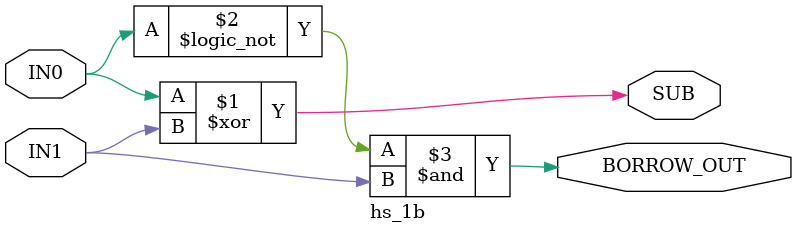
<source format=v>
/* -----------------------------------------------------------------------------------
 * Module Name  : hs_1b
 * Date Created : 00:41:32 IST, 06 September, 2020 [ Sunday ]
 *
 * Author       : pxvi
 * Description  : Basic module for a simple half subtractor
 * -----------------------------------------------------------------------------------

   MIT License

   Copyright (c) 2020 k-sva

   Permission is hereby granted, free of charge, to any person obtaining a copy
   of this software and associated documentation files (the Software), to deal
   in the Software without restriction, including without limitation the rights
   to use, copy, modify, merge, publish, distribute, sublicense, and/or sell
   copies of the Software, and to permit persons to whom the Software is
   furnished to do so, subject to the following conditions:

   The above copyright notice and this permission notice shall be included in all
   copies or substantial portions of the Software.

   THE SOFTWARE IS PROVIDED AS IS, WITHOUT WARRANTY OF ANY KIND, EXPRESS OR
   IMPLIED, INCLUDING BUT NOT LIMITED TO THE WARRANTIES OF MERCHANTABILITY,
   FITNESS FOR A PARTICULAR PURPOSE AND NONINFRINGEMENT. IN NO EVENT SHALL THE
   AUTHORS OR COPYRIGHT HOLDERS BE LIABLE FOR ANY CLAIM, DAMAGES OR OTHER
   LIABILITY, WHETHER IN AN ACTION OF CONTRACT, TORT OR OTHERWISE, ARISING FROM,
   OUT OF OR IN CONNECTION WITH THE SOFTWARE OR THE USE OR OTHER DEALINGS IN THE
   SOFTWARE.

 * ----------------------------------------------------------------------------------- */

module hs_1b    (
                    input IN0,
                    input IN1,
                    output SUB,
                    output BORROW_OUT
                );

    assign SUB = IN0 ^ IN1;
    assign BORROW_OUT = !IN0 & IN1;

endmodule

</source>
